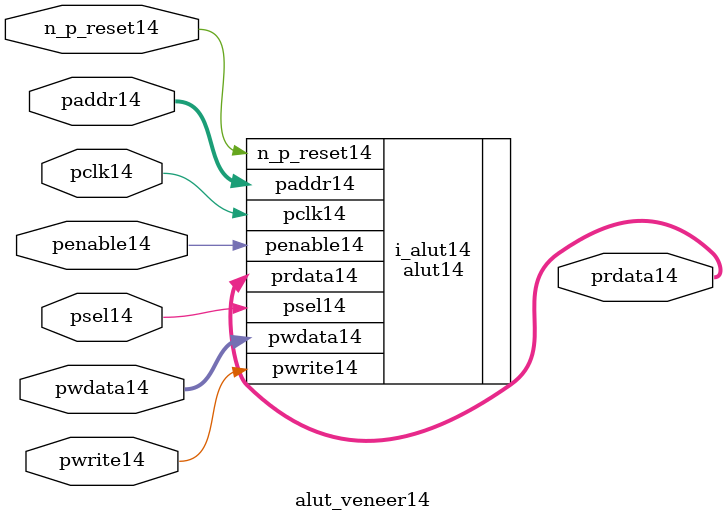
<source format=v>
module alut_veneer14
(   
   // Inputs14
   pclk14,
   n_p_reset14,
   psel14,            
   penable14,       
   pwrite14,         
   paddr14,           
   pwdata14,          

   // Outputs14
   prdata14  
);

   // APB14 Inputs14
   input             pclk14;               // APB14 clock14                          
   input             n_p_reset14;          // Reset14                              
   input             psel14;               // Module14 select14 signal14               
   input             penable14;            // Enable14 signal14                      
   input             pwrite14;             // Write when HIGH14 and read when LOW14  
   input [6:0]       paddr14;              // Address bus for read write         
   input [31:0]      pwdata14;             // APB14 write bus                      

   output [31:0]     prdata14;             // APB14 read bus                       


//-----------------------------------------------------------------------
//##############################################################################
// if the ALUT14 is NOT14 black14 boxed14 
//##############################################################################
`ifndef FV_KIT_BLACK_BOX_LUT14 


alut14 i_alut14 (
        //inputs14
        . n_p_reset14(n_p_reset14),
        . pclk14(pclk14),
        . psel14(psel14),
        . penable14(penable14),
        . pwrite14(pwrite14),
        . paddr14(paddr14[6:0]),
        . pwdata14(pwdata14),

        //outputs14
        . prdata14(prdata14)
);


`else 
//##############################################################################
// if the <module> is black14 boxed14 
//##############################################################################

   // APB14 Inputs14
   wire              pclk14;               // APB14 clock14                          
   wire              n_p_reset14;          // Reset14                              
   wire              psel14;               // Module14 select14 signal14               
   wire              penable14;            // Enable14 signal14                      
   wire              pwrite14;             // Write when HIGH14 and read when LOW14  
   wire  [6:0]       paddr14;              // Address bus for read write         
   wire  [31:0]      pwdata14;             // APB14 write bus                      

   reg   [31:0]      prdata14;             // APB14 read bus                       


`endif

endmodule

</source>
